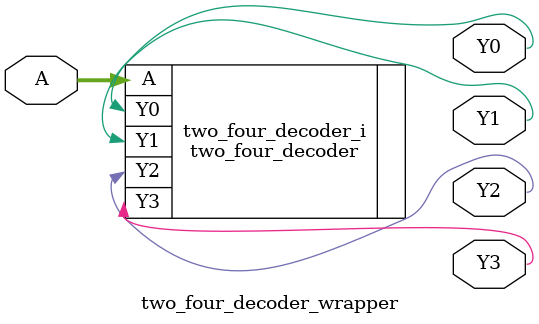
<source format=v>
`timescale 1 ps / 1 ps

module two_four_decoder_wrapper
   (A,
    Y0,
    Y1,
    Y2,
    Y3);
  input [1:0]A;
  output Y0;
  output Y1;
  output Y2;
  output Y3;

  wire [1:0]A;
  wire Y0;
  wire Y1;
  wire Y2;
  wire Y3;

  two_four_decoder two_four_decoder_i
       (.A(A),
        .Y0(Y0),
        .Y1(Y1),
        .Y2(Y2),
        .Y3(Y3));
endmodule

</source>
